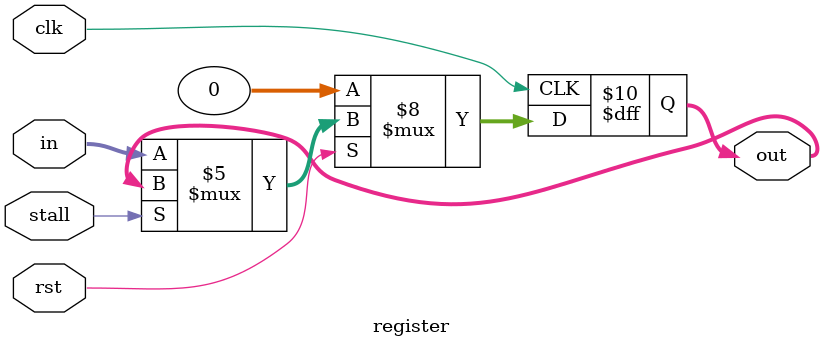
<source format=sv>
module register(clk,rst,in,out,stall);
input wire clk;
input wire rst,stall;
input wire [31:0] in;
output reg [31:0] out;

  always @(posedge clk)
    begin
        if ( rst == 1'b0)
        begin
            out <= 32'h00000000;
        end
        else if ( stall == 1'b1) 
        begin
            out <= out ;
        end
        else
        begin
            out <= in;
        end
    end


endmodule
</source>
